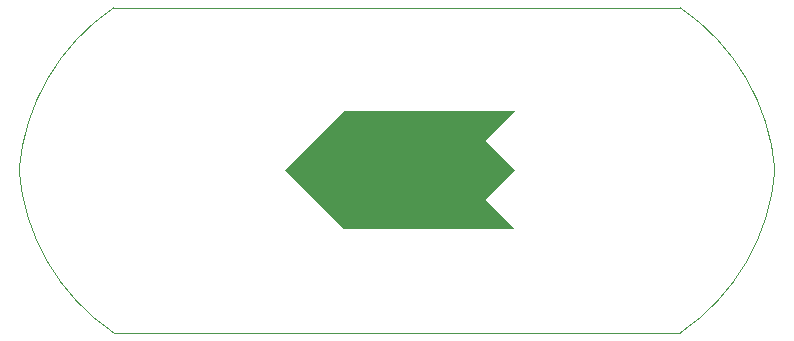
<source format=gbr>
%TF.GenerationSoftware,Altium Limited,Altium Designer,23.8.1 (32)*%
G04 Layer_Color=0*
%FSLAX45Y45*%
%MOMM*%
%TF.SameCoordinates,BDBBB65B-ECCD-4A33-B3A0-C369F96B0D16*%
%TF.FilePolarity,Positive*%
%TF.FileFunction,Profile,NP*%
%TF.Part,Single*%
G01*
G75*
%TA.AperFunction,Profile*%
%ADD73C,0.02540*%
G36*
X-450000Y500000D02*
X-950000Y0D01*
X-450000Y-500000D01*
X1000000D01*
X750000Y-250000D01*
X1000000Y0D01*
X750000Y250000D01*
X1000000Y500000D01*
X-450000D01*
D02*
G37*
D73*
X-2400000Y-1375000D02*
G02*
X-3200000Y0I1028637J1518707D01*
G01*
D02*
G02*
X-2400000Y1375000I1828636J-143707D01*
G01*
X2400000Y1375000D01*
D02*
G02*
X3200000Y-0I-1028637J-1518707D01*
G01*
D02*
G02*
X2400000Y-1375000I-1828635J143706D01*
G01*
X-2400000D01*
%TF.MD5,4e471cb473f074cee73dae6b1277c11c*%
M02*

</source>
